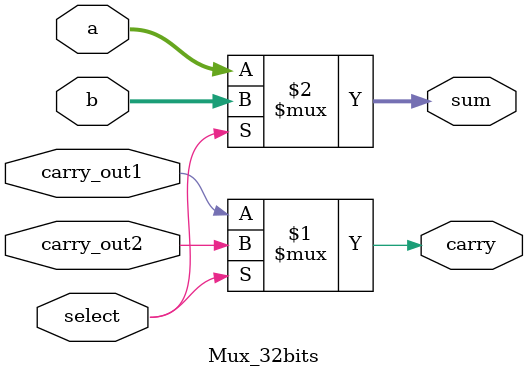
<source format=v>
`timescale 1ns / 1ps
module Mux_32bits( carry, sum, select, a,b, carry_out1, carry_out2);
input select;
input [31:0] a;
input [31:0] b;
input carry_out1, carry_out2;
output carry;
output [31:0]sum;

assign carry = select ? carry_out2: carry_out1;
assign sum = select ? b : a;
endmodule

</source>
